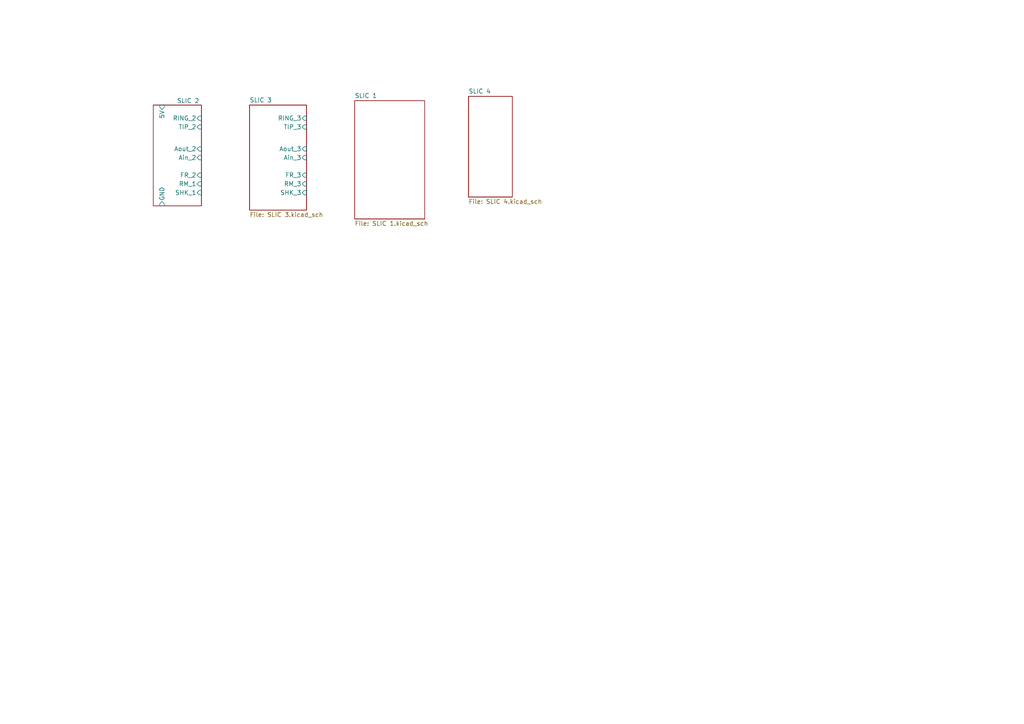
<source format=kicad_sch>
(kicad_sch
	(version 20231120)
	(generator "eeschema")
	(generator_version "8.0")
	(uuid "48716899-2dbb-4fb1-a886-16172d334221")
	(paper "A4")
	(lib_symbols)
	(sheet
		(at 72.39 30.48)
		(size 16.51 30.48)
		(fields_autoplaced yes)
		(stroke
			(width 0.1524)
			(type solid)
		)
		(fill
			(color 0 0 0 0.0000)
		)
		(uuid "04f7af6e-6932-4ad6-8a10-c95d768ff219")
		(property "Sheetname" "SLIC 3"
			(at 72.39 29.7684 0)
			(effects
				(font
					(size 1.27 1.27)
				)
				(justify left bottom)
			)
		)
		(property "Sheetfile" "SLIC 3.kicad_sch"
			(at 72.39 61.5446 0)
			(effects
				(font
					(size 1.27 1.27)
				)
				(justify left top)
			)
		)
		(pin "RM_3" input
			(at 88.9 53.34 0)
			(effects
				(font
					(size 1.27 1.27)
				)
				(justify right)
			)
			(uuid "c4184c75-1a83-452c-badb-f89081ae376d")
		)
		(pin "SHK_3" input
			(at 88.9 55.88 0)
			(effects
				(font
					(size 1.27 1.27)
				)
				(justify right)
			)
			(uuid "7c89a767-3e2b-492b-ac1b-9d3575ed4afd")
		)
		(pin "FR_3" input
			(at 88.9 50.8 0)
			(effects
				(font
					(size 1.27 1.27)
				)
				(justify right)
			)
			(uuid "9f8d0ef2-9143-4785-905a-4c01b0e418a4")
		)
		(pin "Aout_3" input
			(at 88.9 43.18 0)
			(effects
				(font
					(size 1.27 1.27)
				)
				(justify right)
			)
			(uuid "c384002d-673c-42c8-95ae-288dfa1a6860")
		)
		(pin "Ain_3" input
			(at 88.9 45.72 0)
			(effects
				(font
					(size 1.27 1.27)
				)
				(justify right)
			)
			(uuid "9e2581de-8074-4cef-a2ef-8c467a9e3ce1")
		)
		(pin "TIP_3" input
			(at 88.9 36.83 0)
			(effects
				(font
					(size 1.27 1.27)
				)
				(justify right)
			)
			(uuid "abbc1d8f-e403-4c09-aa25-998a2d6d2ad6")
		)
		(pin "RING_3" input
			(at 88.9 34.29 0)
			(effects
				(font
					(size 1.27 1.27)
				)
				(justify right)
			)
			(uuid "c6a6ba3f-13ed-439f-8f23-4991d678d3ab")
		)
		(instances
			(project "Exchange_ProofOfConcept"
				(path "/a3aa82f3-37b8-406c-999a-d11513c8e1fa/3775b6fb-b029-4aa1-8dfd-58600eef7942"
					(page "5")
				)
			)
		)
	)
	(sheet
		(at 135.89 27.94)
		(size 12.7 29.21)
		(fields_autoplaced yes)
		(stroke
			(width 0.1524)
			(type solid)
		)
		(fill
			(color 0 0 0 0.0000)
		)
		(uuid "26b1710e-b0b6-4f63-a6e0-76e806990677")
		(property "Sheetname" "SLIC 4"
			(at 135.89 27.2284 0)
			(effects
				(font
					(size 1.27 1.27)
				)
				(justify left bottom)
			)
		)
		(property "Sheetfile" "SLIC 4.kicad_sch"
			(at 135.89 57.7346 0)
			(effects
				(font
					(size 1.27 1.27)
				)
				(justify left top)
			)
		)
		(instances
			(project "Exchange_ProofOfConcept"
				(path "/a3aa82f3-37b8-406c-999a-d11513c8e1fa/3775b6fb-b029-4aa1-8dfd-58600eef7942"
					(page "6")
				)
			)
		)
	)
	(sheet
		(at 102.87 29.21)
		(size 20.32 34.29)
		(fields_autoplaced yes)
		(stroke
			(width 0.1524)
			(type solid)
		)
		(fill
			(color 0 0 0 0.0000)
		)
		(uuid "63a91807-1546-45fa-8387-04359d3113ce")
		(property "Sheetname" "SLIC 1"
			(at 102.87 28.4984 0)
			(effects
				(font
					(size 1.27 1.27)
				)
				(justify left bottom)
			)
		)
		(property "Sheetfile" "SLIC 1.kicad_sch"
			(at 102.87 64.0846 0)
			(effects
				(font
					(size 1.27 1.27)
				)
				(justify left top)
			)
		)
		(instances
			(project "Exchange_ProofOfConcept"
				(path "/a3aa82f3-37b8-406c-999a-d11513c8e1fa/3775b6fb-b029-4aa1-8dfd-58600eef7942"
					(page "5")
				)
			)
		)
	)
	(sheet
		(at 44.45 30.48)
		(size 13.97 29.21)
		(stroke
			(width 0.1524)
			(type solid)
		)
		(fill
			(color 0 0 0 0.0000)
		)
		(uuid "c5447dfb-f999-4e7f-be0d-c9de8d6ea64e")
		(property "Sheetname" "SLIC 2"
			(at 51.308 29.972 0)
			(effects
				(font
					(size 1.27 1.27)
				)
				(justify left bottom)
			)
		)
		(property "Sheetfile" "SLIC 1_sch.kicad_sch"
			(at 44.45 65.3546 0)
			(effects
				(font
					(size 1.27 1.27)
				)
				(justify left top)
				(hide yes)
			)
		)
		(pin "RING_2" input
			(at 58.42 34.29 0)
			(effects
				(font
					(size 1.27 1.27)
				)
				(justify right)
			)
			(uuid "20a225a0-47ce-40a6-8cc9-74a32dfb4598")
		)
		(pin "TIP_2" input
			(at 58.42 36.83 0)
			(effects
				(font
					(size 1.27 1.27)
				)
				(justify right)
			)
			(uuid "62e84c72-fde9-4007-a92a-cb60b9befd44")
		)
		(pin "GND" input
			(at 46.99 59.69 270)
			(effects
				(font
					(size 1.27 1.27)
				)
				(justify left)
			)
			(uuid "f149f972-d350-4ab2-a7ee-cb816d46131d")
		)
		(pin "5V" input
			(at 46.99 30.48 90)
			(effects
				(font
					(size 1.27 1.27)
				)
				(justify right)
			)
			(uuid "e0ede5f5-4999-4584-a70f-60462a92a351")
		)
		(pin "Aout_2" input
			(at 58.42 43.18 0)
			(effects
				(font
					(size 1.27 1.27)
				)
				(justify right)
			)
			(uuid "023dfbec-bd84-4b94-afca-557e941e4a52")
		)
		(pin "FR_2" input
			(at 58.42 50.8 0)
			(effects
				(font
					(size 1.27 1.27)
				)
				(justify right)
			)
			(uuid "057c4431-4549-408e-99c1-fe718d1a2db1")
		)
		(pin "RM_1" input
			(at 58.42 53.34 0)
			(effects
				(font
					(size 1.27 1.27)
				)
				(justify right)
			)
			(uuid "e4e93729-bec5-40a1-84aa-2f97aa2e931d")
		)
		(pin "SHK_1" input
			(at 58.42 55.88 0)
			(effects
				(font
					(size 1.27 1.27)
				)
				(justify right)
			)
			(uuid "ea042246-88ad-4eb8-8f20-ea18854364d5")
		)
		(pin "Ain_2" input
			(at 58.42 45.72 0)
			(effects
				(font
					(size 1.27 1.27)
				)
				(justify right)
			)
			(uuid "291ae4bc-ac18-4464-918c-01a8948209fa")
		)
		(instances
			(project "Exchange_ProofOfConcept"
				(path "/a3aa82f3-37b8-406c-999a-d11513c8e1fa/3775b6fb-b029-4aa1-8dfd-58600eef7942"
					(page "4")
				)
			)
		)
	)
)

</source>
